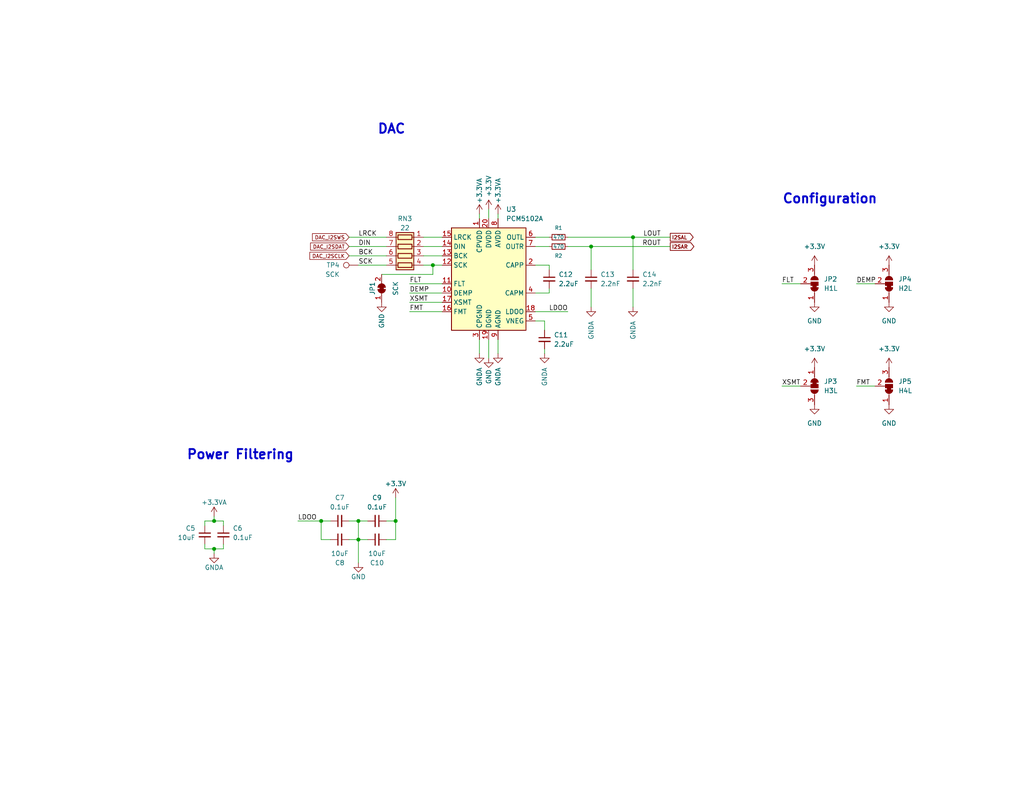
<source format=kicad_sch>
(kicad_sch (version 20230121) (generator eeschema)
  (paper "A")
  (title_block (title "pico_synth_sandbox - I2S DAC") (date "2023-11-30") (rev "2") (comment 3 "pico-synth-sandbox.dcdalrymple.com") (comment 4 "D Cooper Dalrymple"))
  (lib_symbols
    (symbol "Audio:PCM5102A"
      (property "Reference" "U" (at -10.16 13.97 0))
      (property "Value" "PCM5102A" (at 3.81 13.97 0))
      (symbol "PCM5102A_0_1"
        (rectangle (start -10.16 12.7) (end 10.16 -15.24) (stroke (width 0.254)) (fill (type background)))
      )
      (symbol "PCM5102A_1_1"
        (pin passive line (at -2.54 15.24 270) (length 2.54) (name "CPVDD") (number "1"))
        (pin input line (at -12.7 -5.08 0) (length 2.54) (name "DEMP") (number "10"))
        (pin input line (at -12.7 -2.54 0) (length 2.54) (name "FLT") (number "11"))
        (pin input line (at -12.7 2.54 0) (length 2.54) (name "SCK") (number "12"))
        (pin input line (at -12.7 5.08 0) (length 2.54) (name "BCK") (number "13"))
        (pin input line (at -12.7 7.62 0) (length 2.54) (name "DIN") (number "14"))
        (pin input line (at -12.7 10.16 0) (length 2.54) (name "LRCK") (number "15"))
        (pin input line (at -12.7 -10.16 0) (length 2.54) (name "FMT") (number "16"))
        (pin input line (at -12.7 -7.62 0) (length 2.54) (name "XSMT") (number "17"))
        (pin passive line (at 12.7 -10.16 180) (length 2.54) (name "LDOO") (number "18"))
        (pin power_in line (at 0 -17.78 90) (length 2.54) (name "DGND") (number "19"))
        (pin passive line (at 12.7 2.54 180) (length 2.54) (name "CAPP") (number "2"))
        (pin power_in line (at 0 15.24 270) (length 2.54) (name "DVDD") (number "20"))
        (pin power_in line (at -2.54 -17.78 90) (length 2.54) (name "CPGND") (number "3"))
        (pin passive line (at 12.7 -5.08 180) (length 2.54) (name "CAPM") (number "4"))
        (pin passive line (at 12.7 -12.7 180) (length 2.54) (name "VNEG") (number "5"))
        (pin output line (at 12.7 10.16 180) (length 2.54) (name "OUTL") (number "6"))
        (pin output line (at 12.7 7.62 180) (length 2.54) (name "OUTR") (number "7"))
        (pin power_in line (at 2.54 15.24 270) (length 2.54) (name "AVDD") (number "8"))
        (pin power_in line (at 2.54 -17.78 90) (length 2.54) (name "AGND") (number "9"))
      )
    )
    (symbol "Connector:TestPoint" (pin_numbers hide) (pin_names (offset 0.762) hide)
      (property "Reference" "TP" (at 0 6.858 0))
      (property "Value" "TestPoint" (at 0 5.08 0))
      (symbol "TestPoint_0_1"
        (circle (center 0 3.302) (radius 0.762))
      )
      (symbol "TestPoint_1_1"
        (pin passive line (at 0 0 90) (length 2.54) (name "1") (number "1"))
      )
    )
    (symbol "Device:C_Small" (pin_numbers hide) (pin_names (offset 0.254) hide)
      (property "Reference" "C" (at 0.254 1.778 0))
      (property "Value" "C_Small" (at 0.254 -2.032 0))
      (symbol "C_Small_0_1"
        (polyline (pts (xy -1.524 -0.508) (xy 1.524 -0.508)) (stroke (width 0.3302)))
        (polyline (pts (xy -1.524 0.508) (xy 1.524 0.508)) (stroke (width 0.3048)))
      )
      (symbol "C_Small_1_1"
        (pin passive line (at 0 2.54 270) (length 2.032) (name "~") (number "1"))
        (pin passive line (at 0 -2.54 90) (length 2.032) (name "~") (number "2"))
      )
    )
    (symbol "Device:R_Pack04" (pin_names (offset 0) hide)
      (property "Reference" "RN" (at -7.62 0 90))
      (property "Value" "R_Pack04" (at 5.08 0 90))
      (symbol "R_Pack04_0_1"
        (rectangle (start -6.35 -2.413) (end 3.81 2.413) (stroke (width 0.254)) (fill (type background)))
        (rectangle (start -5.715 1.905) (end -4.445 -1.905) (stroke (width 0.254)))
        (rectangle (start -3.175 1.905) (end -1.905 -1.905) (stroke (width 0.254)))
        (rectangle (start -0.635 1.905) (end 0.635 -1.905) (stroke (width 0.254)))
        (polyline (pts (xy -5.08 -2.54) (xy -5.08 -1.905)))
        (polyline (pts (xy -5.08 1.905) (xy -5.08 2.54)))
        (polyline (pts (xy -2.54 -2.54) (xy -2.54 -1.905)))
        (polyline (pts (xy -2.54 1.905) (xy -2.54 2.54)))
        (polyline (pts (xy 0 -2.54) (xy 0 -1.905)))
        (polyline (pts (xy 0 1.905) (xy 0 2.54)))
        (polyline (pts (xy 2.54 -2.54) (xy 2.54 -1.905)))
        (polyline (pts (xy 2.54 1.905) (xy 2.54 2.54)))
        (rectangle (start 1.905 1.905) (end 3.175 -1.905) (stroke (width 0.254)))
      )
      (symbol "R_Pack04_1_1"
        (pin passive line (at -5.08 -5.08 90) (length 2.54) (name "R1.1") (number "1"))
        (pin passive line (at -2.54 -5.08 90) (length 2.54) (name "R2.1") (number "2"))
        (pin passive line (at 0 -5.08 90) (length 2.54) (name "R3.1") (number "3"))
        (pin passive line (at 2.54 -5.08 90) (length 2.54) (name "R4.1") (number "4"))
        (pin passive line (at 2.54 5.08 270) (length 2.54) (name "R4.2") (number "5"))
        (pin passive line (at 0 5.08 270) (length 2.54) (name "R3.2") (number "6"))
        (pin passive line (at -2.54 5.08 270) (length 2.54) (name "R2.2") (number "7"))
        (pin passive line (at -5.08 5.08 270) (length 2.54) (name "R1.2") (number "8"))
      )
    )
    (symbol "Device:R_Small" (pin_numbers hide) (pin_names (offset 0.254) hide)
      (property "Reference" "R" (at 0.762 0.508 0))
      (property "Value" "R_Small" (at 0.762 -1.016 0))
      (symbol "R_Small_0_1"
        (rectangle (start -0.762 1.778) (end 0.762 -1.778) (stroke (width 0.2032)))
      )
      (symbol "R_Small_1_1"
        (pin passive line (at 0 2.54 270) (length 0.762) (name "~") (number "1"))
        (pin passive line (at 0 -2.54 90) (length 0.762) (name "~") (number "2"))
      )
    )
    (symbol "Jumper:SolderJumper_2_Bridged" (pin_names (offset 0) hide)
      (property "Reference" "JP" (at 0 2.032 0))
      (property "Value" "SolderJumper_2_Bridged" (at 0 -2.54 0))
      (symbol "SolderJumper_2_Bridged_0_1"
        (rectangle (start -0.508 0.508) (end 0.508 -0.508) (fill (type outline)))
        (arc (start -0.254 1.016) (mid -1.2656 0) (end -0.254 -1.016))
        (arc (start -0.254 1.016) (mid -1.2656 0) (end -0.254 -1.016) (fill (type outline)))
        (polyline (pts (xy -0.254 1.016) (xy -0.254 -1.016)))
        (polyline (pts (xy 0.254 1.016) (xy 0.254 -1.016)))
        (arc (start 0.254 -1.016) (mid 1.2656 0) (end 0.254 1.016))
        (arc (start 0.254 -1.016) (mid 1.2656 0) (end 0.254 1.016) (fill (type outline)))
      )
      (symbol "SolderJumper_2_Bridged_1_1"
        (pin passive line (at -3.81 0 0) (length 2.54) (name "A") (number "1"))
        (pin passive line (at 3.81 0 180) (length 2.54) (name "B") (number "2"))
      )
    )
    (symbol "Jumper:SolderJumper_3_Bridged12" (pin_names (offset 0) hide)
      (property "Reference" "JP" (at -2.54 -2.54 0))
      (property "Value" "SolderJumper_3_Bridged12" (at 0 2.794 0))
      (symbol "SolderJumper_3_Bridged12_0_1"
        (rectangle (start -1.016 0.508) (end -0.508 -0.508) (fill (type outline)))
        (arc (start -1.016 1.016) (mid -2.0276 0) (end -1.016 -1.016))
        (arc (start -1.016 1.016) (mid -2.0276 0) (end -1.016 -1.016) (fill (type outline)))
        (rectangle (start -0.508 1.016) (end 0.508 -1.016) (fill (type outline)))
        (polyline (pts (xy -2.54 0) (xy -2.032 0)))
        (polyline (pts (xy -1.016 1.016) (xy -1.016 -1.016)))
        (polyline (pts (xy 0 -1.27) (xy 0 -1.016)))
        (polyline (pts (xy 1.016 1.016) (xy 1.016 -1.016)))
        (polyline (pts (xy 2.54 0) (xy 2.032 0)))
        (arc (start 1.016 -1.016) (mid 2.0276 0) (end 1.016 1.016))
        (arc (start 1.016 -1.016) (mid 2.0276 0) (end 1.016 1.016) (fill (type outline)))
      )
      (symbol "SolderJumper_3_Bridged12_1_1"
        (pin passive line (at -5.08 0 0) (length 2.54) (name "A") (number "1"))
        (pin passive line (at 0 -3.81 90) (length 2.54) (name "C") (number "2"))
        (pin passive line (at 5.08 0 180) (length 2.54) (name "B") (number "3"))
      )
    )
    (symbol "power:+3.3V" (power) (pin_names (offset 0))
      (property "Value" "+3.3V" (at 0 3.556 0))
      (symbol "+3.3V_0_1"
        (polyline (pts (xy -0.762 1.27) (xy 0 2.54)))
        (polyline (pts (xy 0 0) (xy 0 2.54)))
        (polyline (pts (xy 0 2.54) (xy 0.762 1.27)))
      )
      (symbol "+3.3V_1_1"
        (pin power_in line (at 0 0 90) (length 0) hide (name "+3.3V") (number "1"))
      )
    )
    (symbol "power:+3.3VA" (power) (pin_names (offset 0))
      (property "Value" "+3.3VA" (at 0 3.556 0))
      (symbol "+3.3VA_0_1"
        (polyline (pts (xy -0.762 1.27) (xy 0 2.54)))
        (polyline (pts (xy 0 0) (xy 0 2.54)))
        (polyline (pts (xy 0 2.54) (xy 0.762 1.27)))
      )
      (symbol "+3.3VA_1_1"
        (pin power_in line (at 0 0 90) (length 0) hide (name "+3.3VA") (number "1"))
      )
    )
    (symbol "power:GND" (power) (pin_names (offset 0))
      (property "Value" "GND" (at 0 -3.81 0))
      (symbol "GND_0_1"
        (polyline (pts (xy 0 0) (xy 0 -1.27) (xy 1.27 -1.27) (xy 0 -2.54) (xy -1.27 -1.27) (xy 0 -1.27)))
      )
      (symbol "GND_1_1"
        (pin power_in line (at 0 0 270) (length 0) hide (name "GND") (number "1"))
      )
    )
    (symbol "power:GNDA" (power) (pin_names (offset 0))
      (property "Value" "GNDA" (at 0 -3.81 0))
      (symbol "GNDA_0_1"
        (polyline (pts (xy 0 0) (xy 0 -1.27) (xy 1.27 -1.27) (xy 0 -2.54) (xy -1.27 -1.27) (xy 0 -1.27)))
      )
      (symbol "GNDA_1_1"
        (pin power_in line (at 0 0 270) (length 0) hide (name "GNDA") (number "1"))
      )
    )
  )
  (junction (at 58.42 149.86))
  (junction (at 97.79 147.32))
  (junction (at 172.72 64.77))
  (junction (at 118.11 72.39))
  (junction (at 87.63 142.24))
  (junction (at 107.95 142.24))
  (junction (at 97.79 142.24))
  (junction (at 58.42 142.24))
  (junction (at 161.29 67.31))
  (wire (pts (xy 95.25 147.32) (xy 97.79 147.32)))
  (wire (pts (xy 133.35 92.71) (xy 133.35 97.79)))
  (wire (pts (xy 95.25 69.85) (xy 105.41 69.85)))
  (wire (pts (xy 58.42 149.86) (xy 58.42 151.13)))
  (wire (pts (xy 233.68 105.41) (xy 238.76 105.41)))
  (wire (pts (xy 154.94 67.31) (xy 161.29 67.31)))
  (wire (pts (xy 213.36 105.41) (xy 218.44 105.41)))
  (wire (pts (xy 146.05 67.31) (xy 149.86 67.31)))
  (wire (pts (xy 97.79 72.39) (xy 105.41 72.39)))
  (wire (pts (xy 111.76 80.01) (xy 120.65 80.01)))
  (wire (pts (xy 111.76 77.47) (xy 120.65 77.47)))
  (wire (pts (xy 172.72 64.77) (xy 182.88 64.77)))
  (wire (pts (xy 146.05 72.39) (xy 149.86 72.39)))
  (wire (pts (xy 172.72 64.77) (xy 172.72 73.66)))
  (wire (pts (xy 97.79 147.32) (xy 97.79 153.67)))
  (wire (pts (xy 135.89 58.42) (xy 135.89 59.69)))
  (wire (pts (xy 95.25 67.31) (xy 105.41 67.31)))
  (wire (pts (xy 60.96 143.51) (xy 60.96 142.24)))
  (wire (pts (xy 111.76 82.55) (xy 120.65 82.55)))
  (wire (pts (xy 154.94 64.77) (xy 172.72 64.77)))
  (wire (pts (xy 58.42 140.97) (xy 58.42 142.24)))
  (wire (pts (xy 115.57 72.39) (xy 118.11 72.39)))
  (wire (pts (xy 146.05 85.09) (xy 154.94 85.09)))
  (wire (pts (xy 115.57 67.31) (xy 120.65 67.31)))
  (wire (pts (xy 135.89 92.71) (xy 135.89 96.52)))
  (wire (pts (xy 149.86 78.74) (xy 149.86 80.01)))
  (wire (pts (xy 60.96 149.86) (xy 58.42 149.86)))
  (wire (pts (xy 118.11 72.39) (xy 120.65 72.39)))
  (wire (pts (xy 97.79 142.24) (xy 97.79 147.32)))
  (wire (pts (xy 148.59 95.25) (xy 148.59 96.52)))
  (wire (pts (xy 146.05 87.63) (xy 148.59 87.63)))
  (wire (pts (xy 55.88 149.86) (xy 58.42 149.86)))
  (wire (pts (xy 148.59 87.63) (xy 148.59 90.17)))
  (wire (pts (xy 172.72 78.74) (xy 172.72 83.82)))
  (wire (pts (xy 118.11 74.93) (xy 118.11 72.39)))
  (wire (pts (xy 107.95 135.89) (xy 107.95 142.24)))
  (wire (pts (xy 161.29 67.31) (xy 182.88 67.31)))
  (wire (pts (xy 97.79 142.24) (xy 100.33 142.24)))
  (wire (pts (xy 55.88 142.24) (xy 55.88 143.51)))
  (wire (pts (xy 105.41 142.24) (xy 107.95 142.24)))
  (wire (pts (xy 161.29 78.74) (xy 161.29 83.82)))
  (wire (pts (xy 105.41 147.32) (xy 107.95 147.32)))
  (wire (pts (xy 149.86 80.01) (xy 146.05 80.01)))
  (wire (pts (xy 133.35 57.15) (xy 133.35 59.69)))
  (wire (pts (xy 115.57 64.77) (xy 120.65 64.77)))
  (wire (pts (xy 58.42 142.24) (xy 55.88 142.24)))
  (wire (pts (xy 130.81 92.71) (xy 130.81 96.52)))
  (wire (pts (xy 213.36 77.47) (xy 218.44 77.47)))
  (wire (pts (xy 97.79 147.32) (xy 100.33 147.32)))
  (wire (pts (xy 55.88 148.59) (xy 55.88 149.86)))
  (wire (pts (xy 87.63 147.32) (xy 90.17 147.32)))
  (wire (pts (xy 87.63 142.24) (xy 90.17 142.24)))
  (wire (pts (xy 111.76 85.09) (xy 120.65 85.09)))
  (wire (pts (xy 115.57 69.85) (xy 120.65 69.85)))
  (wire (pts (xy 104.14 74.93) (xy 118.11 74.93)))
  (wire (pts (xy 95.25 142.24) (xy 97.79 142.24)))
  (wire (pts (xy 233.68 77.47) (xy 238.76 77.47)))
  (wire (pts (xy 149.86 72.39) (xy 149.86 73.66)))
  (wire (pts (xy 58.42 142.24) (xy 60.96 142.24)))
  (wire (pts (xy 95.25 64.77) (xy 105.41 64.77)))
  (wire (pts (xy 81.28 142.24) (xy 87.63 142.24)))
  (wire (pts (xy 130.81 58.42) (xy 130.81 59.69)))
  (wire (pts (xy 60.96 148.59) (xy 60.96 149.86)))
  (wire (pts (xy 161.29 67.31) (xy 161.29 73.66)))
  (wire (pts (xy 87.63 142.24) (xy 87.63 147.32)))
  (wire (pts (xy 146.05 64.77) (xy 149.86 64.77)))
  (wire (pts (xy 107.95 142.24) (xy 107.95 147.32)))
  (text "DAC" (at 102.87 36.83 0) (effects (font (size 2.54 2.54) (thickness 0.508) bold) (justify left bottom)))
  (text "Power Filtering" (at 50.8 125.73 0) (effects (font (size 2.54 2.54) (thickness 0.508) bold) (justify left bottom)))
  (text "Configuration" (at 213.36 55.88 0) (effects (font (size 2.54 2.54) (thickness 0.508) bold) (justify left bottom)))
  (label "DIN" (at 97.79 67.31 0))
  (label "FMT" (at 111.76 85.09 0))
  (label "LRCK" (at 97.79 64.77 0))
  (label "LOUT" (at 180.34 64.77 180))
  (label "BCK" (at 97.79 69.85 0))
  (label "LDOO" (at 154.94 85.09 180))
  (label "DEMP" (at 111.76 80.01 0))
  (label "SCK" (at 97.79 72.39 0))
  (label "FLT" (at 213.36 77.47 0))
  (label "XSMT" (at 213.36 105.41 0))
  (label "FLT" (at 111.76 77.47 0))
  (label "DEMP" (at 233.68 77.47 0))
  (label "XSMT" (at 111.76 82.55 0))
  (label "ROUT" (at 180.34 67.31 180))
  (label "FMT" (at 233.68 105.41 0))
  (label "LDOO" (at 81.28 142.24 0))
  (global_label "DAC_I2SDAT" (shape input) (at 95.25 67.31 180) (effects (font (size 1 1))) (property "Intersheetrefs" "${INTERSHEET_REFS}" (effects hide)))
  (global_label "I2SAR" (shape output) (at 182.88 67.31 0) (effects (font (size 1 1) bold)) (property "Intersheetrefs" "${INTERSHEET_REFS}" (effects hide)))
  (global_label "DAC_I2SWS" (shape input) (at 95.25 64.77 180) (effects (font (size 1 1))) (property "Intersheetrefs" "${INTERSHEET_REFS}" (effects hide)))
  (global_label "DAC_I2SCLK" (shape input) (at 95.25 69.85 180) (effects (font (size 1 1))) (property "Intersheetrefs" "${INTERSHEET_REFS}" (effects hide)))
  (global_label "I2SAL" (shape output) (at 182.88 64.77 0) (effects (font (size 1 1) bold)) (property "Intersheetrefs" "${INTERSHEET_REFS}" (effects hide)))
  (symbol (lib_id "power:GNDA") (at 161.29 83.82 0) (unit 1)
    (property "Reference" "#PWR050" (effects hide))
    (property "Value" "GNDA" (at 161.29 90.17 90))
  )
  (symbol (lib_id "power:GND") (at 222.25 110.49 0) (unit 1)
    (property "Reference" "#PWR055" (effects hide))
    (property "Value" "GND" (at 222.25 115.57 0))
  )
  (symbol (lib_id "power:+3.3V") (at 133.35 57.15 0) (unit 1)
    (property "Reference" "#PWR045" (effects hide))
    (property "Value" "+3.3V" (at 133.35 50.8 90))
  )
  (symbol (lib_id "power:+3.3V") (at 222.25 72.39 0) (unit 1)
    (property "Reference" "#PWR052" (effects hide))
    (property "Value" "+3.3V" (at 222.25 67.31 0))
  )
  (symbol (lib_id "Device:C_Small") (at 161.29 76.2 0) (unit 1)
    (property "Reference" "C13" (at 163.83 74.9363 0) (effects (justify left)))
    (property "Value" "2.2nF" (at 163.83 77.4763 0) (effects (justify left)))
    (property "Footprint" "Capacitor_SMD:C_0805_2012Metric_Pad1.18x1.45mm_HandSolder" (effects hide))
  )
  (symbol (lib_id "Device:C_Small") (at 172.72 76.2 0) (unit 1)
    (property "Reference" "C14" (at 175.26 74.9363 0) (effects (justify left)))
    (property "Value" "2.2nF" (at 175.26 77.4763 0) (effects (justify left)))
    (property "Footprint" "Capacitor_SMD:C_0805_2012Metric_Pad1.18x1.45mm_HandSolder" (effects hide))
  )
  (symbol (lib_id "Device:R_Pack04") (at 110.49 69.85 90) (mirror x) (unit 1)
    (property "Reference" "RN3" (at 110.49 59.69 90))
    (property "Value" "22" (at 110.49 62.23 90))
    (property "Footprint" "Resistor_SMD:R_Array_Convex_4x1206" (effects hide))
  )
  (symbol (lib_id "power:GNDA") (at 172.72 83.82 0) (unit 1)
    (property "Reference" "#PWR051" (effects hide))
    (property "Value" "GNDA" (at 172.72 90.17 90))
  )
  (symbol (lib_id "power:GNDA") (at 58.42 151.13 0) (unit 1)
    (property "Reference" "#PWR039" (effects hide))
    (property "Value" "GNDA" (at 58.42 154.94 0))
  )
  (symbol (lib_id "Device:C_Small") (at 149.86 76.2 0) (unit 1)
    (property "Reference" "C12" (at 152.4 74.9363 0) (effects (justify left)))
    (property "Value" "2.2uF" (at 152.4 77.4763 0) (effects (justify left)))
    (property "Footprint" "Capacitor_SMD:C_0805_2012Metric_Pad1.18x1.45mm_HandSolder" (effects hide))
  )
  (symbol (lib_id "Connector:TestPoint") (at 97.79 72.39 90) (unit 1)
    (property "Reference" "TP4" (at 92.71 72.39 90) (effects (justify left)))
    (property "Value" "SCK" (at 92.71 74.93 90) (effects (justify left)))
    (property "Footprint" "TestPoint:TestPoint_Pad_D2.0mm" (effects hide))
  )
  (symbol (lib_id "power:+3.3VA") (at 130.81 58.42 0) (unit 1)
    (property "Reference" "#PWR043" (effects hide))
    (property "Value" "+3.3VA" (at 130.81 52.07 90))
  )
  (symbol (lib_id "power:+3.3V") (at 222.25 100.33 0) (unit 1)
    (property "Reference" "#PWR054" (effects hide))
    (property "Value" "+3.3V" (at 222.25 95.25 0))
  )
  (symbol (lib_id "Device:C_Small") (at 55.88 146.05 0) (mirror y) (unit 1)
    (property "Reference" "C5" (at 53.34 144.2339 0) (effects (justify left)))
    (property "Value" "10uF" (at 53.34 146.7739 0) (effects (justify left)))
    (property "Footprint" "Capacitor_SMD:C_0805_2012Metric_Pad1.18x1.45mm_HandSolder" (effects hide))
  )
  (symbol (lib_id "Device:R_Small") (at 152.4 64.77 270) (mirror x) (unit 1)
    (property "Reference" "R1" (at 152.4 62.23 90) (effects (font (size 1 1))))
    (property "Value" "470" (at 152.4 64.77 90) (effects (font (size 1 1))))
    (property "Footprint" "Resistor_SMD:R_0805_2012Metric_Pad1.20x1.40mm_HandSolder" (effects hide))
  )
  (symbol (lib_id "Device:C_Small") (at 102.87 142.24 270) (mirror x) (unit 1)
    (property "Reference" "C9" (at 102.8637 135.89 90))
    (property "Value" "0.1uF" (at 102.8637 138.43 90))
    (property "Footprint" "Capacitor_SMD:C_0805_2012Metric_Pad1.18x1.45mm_HandSolder" (effects hide))
  )
  (symbol (lib_id "power:+3.3V") (at 242.57 72.39 0) (unit 1)
    (property "Reference" "#PWR056" (effects hide))
    (property "Value" "+3.3V" (at 242.57 67.31 0))
  )
  (symbol (lib_id "power:GND") (at 242.57 110.49 0) (unit 1)
    (property "Reference" "#PWR059" (effects hide))
    (property "Value" "GND" (at 242.57 115.57 0))
  )
  (symbol (lib_id "Device:C_Small") (at 148.59 92.71 0) (unit 1)
    (property "Reference" "C11" (at 151.13 91.4463 0) (effects (justify left)))
    (property "Value" "2.2uF" (at 151.13 93.9863 0) (effects (justify left)))
    (property "Footprint" "Capacitor_SMD:C_0805_2012Metric_Pad1.18x1.45mm_HandSolder" (effects hide))
  )
  (symbol (lib_id "power:GND") (at 242.57 82.55 0) (unit 1)
    (property "Reference" "#PWR057" (effects hide))
    (property "Value" "GND" (at 242.57 87.63 0))
  )
  (symbol (lib_id "power:GND") (at 133.35 97.79 0) (unit 1)
    (property "Reference" "#PWR046" (effects hide))
    (property "Value" "GND" (at 133.35 102.87 90))
  )
  (symbol (lib_id "Device:C_Small") (at 60.96 146.05 0) (unit 1)
    (property "Reference" "C6" (at 63.5 144.2339 0) (effects (justify left)))
    (property "Value" "0.1uF" (at 63.5 146.7739 0) (effects (justify left)))
    (property "Footprint" "Capacitor_SMD:C_0805_2012Metric_Pad1.18x1.45mm_HandSolder" (effects hide))
  )
  (symbol (lib_id "Jumper:SolderJumper_3_Bridged12") (at 222.25 77.47 270) (mirror x) (unit 1)
    (property "Reference" "JP2" (at 224.79 76.2 90) (effects (justify left)))
    (property "Value" "H1L" (at 224.79 78.74 90) (effects (justify left)))
    (property "Footprint" "Jumper:SolderJumper-3_P1.3mm_Bridged12_RoundedPad1.0x1.5mm" (effects hide))
  )
  (symbol (lib_id "Device:C_Small") (at 102.87 147.32 90) (mirror x) (unit 1)
    (property "Reference" "C10" (at 102.8763 153.67 90))
    (property "Value" "10uF" (at 102.8763 151.13 90))
    (property "Footprint" "Capacitor_SMD:C_0805_2012Metric_Pad1.18x1.45mm_HandSolder" (effects hide))
  )
  (symbol (lib_id "power:GNDA") (at 135.89 96.52 0) (unit 1)
    (property "Reference" "#PWR048" (effects hide))
    (property "Value" "GNDA" (at 135.89 102.87 90))
  )
  (symbol (lib_id "power:GND") (at 104.14 82.55 0) (unit 1)
    (property "Reference" "#PWR041" (effects hide))
    (property "Value" "GND" (at 104.14 87.63 90))
  )
  (symbol (lib_id "power:+3.3V") (at 107.95 135.89 0) (unit 1)
    (property "Reference" "#PWR042" (effects hide))
    (property "Value" "+3.3V" (at 107.95 132.08 0))
  )
  (symbol (lib_id "power:+3.3VA") (at 58.42 140.97 0) (unit 1)
    (property "Reference" "#PWR038" (effects hide))
    (property "Value" "+3.3VA" (at 58.42 137.16 0))
  )
  (symbol (lib_id "Jumper:SolderJumper_2_Bridged") (at 104.14 78.74 90) (unit 1)
    (property "Reference" "JP1" (at 101.6 78.74 0))
    (property "Value" "SCK" (at 107.95 78.74 0))
    (property "Footprint" "Jumper:SolderJumper-2_P1.3mm_Bridged_RoundedPad1.0x1.5mm" (effects hide))
  )
  (symbol (lib_id "Device:R_Small") (at 152.4 67.31 270) (mirror x) (unit 1)
    (property "Reference" "R2" (at 152.4 69.85 90) (effects (font (size 1 1))))
    (property "Value" "470" (at 152.4 67.31 90) (effects (font (size 1 1))))
    (property "Footprint" "Resistor_SMD:R_0805_2012Metric_Pad1.20x1.40mm_HandSolder" (effects hide))
  )
  (symbol (lib_id "power:GND") (at 97.79 153.67 0) (unit 1)
    (property "Reference" "#PWR040" (effects hide))
    (property "Value" "GND" (at 97.79 157.48 0))
  )
  (symbol (lib_id "Audio:PCM5102A") (at 133.35 74.93 0) (unit 1)
    (property "Reference" "U3" (at 138.0841 57.15 0) (effects (justify left)))
    (property "Value" "PCM5102A" (at 138.0841 59.69 0) (effects (justify left)))
    (property "Footprint" "Package_SO:TSSOP-20_4.4x6.5mm_P0.65mm" (effects hide))
    (property "Datasheet" "https://www.ti.com/lit/ds/symlink/pcm5102a.pdf" (effects hide))
  )
  (symbol (lib_id "Jumper:SolderJumper_3_Bridged12") (at 242.57 105.41 270) (mirror x) (unit 1)
    (property "Reference" "JP5" (at 245.11 104.14 90) (effects (justify left)))
    (property "Value" "H4L" (at 245.11 106.68 90) (effects (justify left)))
    (property "Footprint" "Jumper:SolderJumper-3_P1.3mm_Bridged12_RoundedPad1.0x1.5mm" (effects hide))
  )
  (symbol (lib_id "Jumper:SolderJumper_3_Bridged12") (at 242.57 77.47 270) (mirror x) (unit 1)
    (property "Reference" "JP4" (at 245.11 76.2 90) (effects (justify left)))
    (property "Value" "H2L" (at 245.11 78.74 90) (effects (justify left)))
    (property "Footprint" "Jumper:SolderJumper-3_P1.3mm_Bridged12_RoundedPad1.0x1.5mm" (effects hide))
  )
  (symbol (lib_id "power:GNDA") (at 148.59 96.52 0) (unit 1)
    (property "Reference" "#PWR049" (effects hide))
    (property "Value" "GNDA" (at 148.59 102.87 90))
  )
  (symbol (lib_id "power:+3.3V") (at 242.57 100.33 0) (unit 1)
    (property "Reference" "#PWR058" (effects hide))
    (property "Value" "+3.3V" (at 242.57 95.25 0))
  )
  (symbol (lib_id "power:GND") (at 222.25 82.55 0) (unit 1)
    (property "Reference" "#PWR053" (effects hide))
    (property "Value" "GND" (at 222.25 87.63 0))
  )
  (symbol (lib_id "power:GNDA") (at 130.81 96.52 0) (unit 1)
    (property "Reference" "#PWR044" (effects hide))
    (property "Value" "GNDA" (at 130.81 102.87 90))
  )
  (symbol (lib_id "Device:C_Small") (at 92.71 142.24 90) (unit 1)
    (property "Reference" "C7" (at 92.7163 135.89 90))
    (property "Value" "0.1uF" (at 92.7163 138.43 90))
    (property "Footprint" "Capacitor_SMD:C_0805_2012Metric_Pad1.18x1.45mm_HandSolder" (effects hide))
  )
  (symbol (lib_id "Device:C_Small") (at 92.71 147.32 90) (mirror x) (unit 1)
    (property "Reference" "C8" (at 92.7163 153.67 90))
    (property "Value" "10uF" (at 92.7163 151.13 90))
    (property "Footprint" "Capacitor_SMD:C_0805_2012Metric_Pad1.18x1.45mm_HandSolder" (effects hide))
  )
  (symbol (lib_id "power:+3.3VA") (at 135.89 58.42 0) (unit 1)
    (property "Reference" "#PWR047" (effects hide))
    (property "Value" "+3.3VA" (at 135.89 52.07 90))
  )
  (symbol (lib_id "Jumper:SolderJumper_3_Bridged12") (at 222.25 105.41 270) (unit 1)
    (property "Reference" "JP3" (at 224.79 104.14 90) (effects (justify left)))
    (property "Value" "H3L" (at 224.79 106.68 90) (effects (justify left)))
    (property "Footprint" "Jumper:SolderJumper-3_P1.3mm_Bridged12_RoundedPad1.0x1.5mm" (effects hide))
  )
)
</source>
